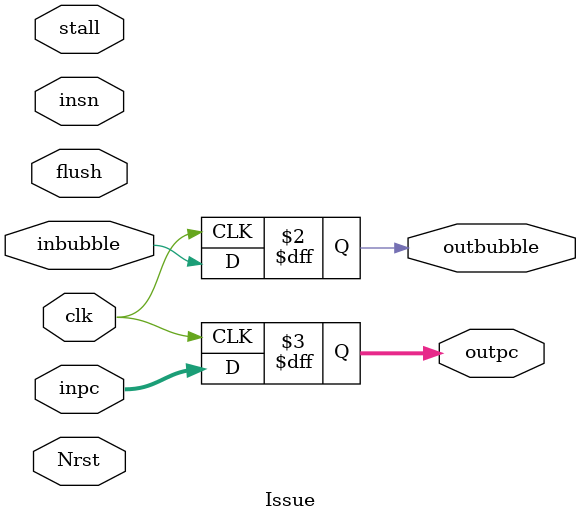
<source format=v>
module Issue(
	input clk,
	input Nrst,
	
	input stall,	/* pipeline control */
	input flush,
	
	input inbubble,	/* stage inputs */
	input [31:0] insn,
	input [31:0] inpc,
	
	output reg outbubble,	/* stage outputs */
	output reg [31:0] outpc
	/* other */
	);
	
	always @(posedge clk)
	begin
		outbubble <= inbubble;
		outpc <= inpc;
	end

`ifdef COPY_PASTA_FODDER
	/* from page 2 of ARM7TDMIvE2.pdf */
	casex (insn)
	32'b????000000??????????????1001????:	/* Multiply -- must come before ALU, because it pattern matches a specific case of ALU */
	32'b????00001???????????????1001????:	/* Multiply long */
	32'b????00??????????????????????????:	/* ALU */
	32'b????00010?00????????00001001????:	/* Atomic swap */
	32'b????000100101111111111110001????:	/* Branch */
	32'b????000??0??????????00001??1????:	/* Halfword transfer - register offset */
	32'b????000??1??????????00001??1????:	/* Halfword transfer - register offset */
	32'b????011????????????????????1????:	/* Undefined. I hate ARM */
	32'b????01??????????????????????????:	/* Single data transfer */
	32'b????100?????????????????????????:	/* Block data transfer */
	32'b????101?????????????????????????:	/* Branch */
	32'b????110?????????????????????????:	/* Coprocessor data transfer */
	32'b????1110???????????????????0????:	/* Coprocessor data op */
	32'b????1110???????????????????1????:	/* Coprocessor register transfer */
	32'b????1111????????????????????????:	/* SWI */
	endcase
`endif

endmodule

</source>
